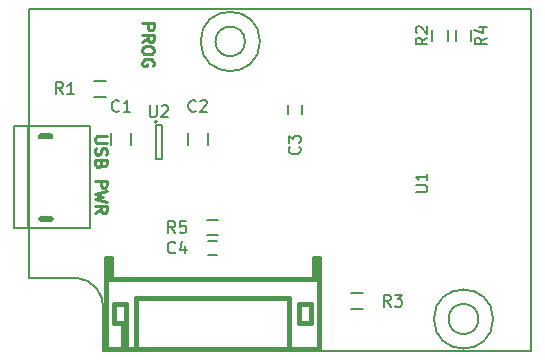
<source format=gto>
G04 #@! TF.FileFunction,Legend,Top*
%FSLAX46Y46*%
G04 Gerber Fmt 4.6, Leading zero omitted, Abs format (unit mm)*
G04 Created by KiCad (PCBNEW (2016-01-28 BZR 6518)-product) date Saturday, May 07, 2016 'PMt' 06:41:03 PM*
%MOMM*%
G01*
G04 APERTURE LIST*
%ADD10C,0.100000*%
%ADD11C,0.500000*%
%ADD12C,0.150000*%
%ADD13C,0.250000*%
%ADD14C,0.200000*%
%ADD15C,0.381000*%
G04 APERTURE END LIST*
D10*
D11*
X100975000Y-67750000D02*
X101800000Y-67750000D01*
D12*
X101775000Y-60575000D02*
X101775000Y-60550000D01*
D11*
X100950000Y-60750000D02*
X101775000Y-60750000D01*
D12*
X101875000Y-60775000D02*
X101875000Y-60700000D01*
X100800000Y-60900000D02*
X100800000Y-60700000D01*
X101900000Y-60600000D02*
X101900000Y-60900000D01*
D13*
X109547619Y-51214286D02*
X110547619Y-51214286D01*
X110547619Y-51595239D01*
X110500000Y-51690477D01*
X110452381Y-51738096D01*
X110357143Y-51785715D01*
X110214286Y-51785715D01*
X110119048Y-51738096D01*
X110071429Y-51690477D01*
X110023810Y-51595239D01*
X110023810Y-51214286D01*
X109547619Y-52785715D02*
X110023810Y-52452381D01*
X109547619Y-52214286D02*
X110547619Y-52214286D01*
X110547619Y-52595239D01*
X110500000Y-52690477D01*
X110452381Y-52738096D01*
X110357143Y-52785715D01*
X110214286Y-52785715D01*
X110119048Y-52738096D01*
X110071429Y-52690477D01*
X110023810Y-52595239D01*
X110023810Y-52214286D01*
X110547619Y-53404762D02*
X110547619Y-53595239D01*
X110500000Y-53690477D01*
X110404762Y-53785715D01*
X110214286Y-53833334D01*
X109880952Y-53833334D01*
X109690476Y-53785715D01*
X109595238Y-53690477D01*
X109547619Y-53595239D01*
X109547619Y-53404762D01*
X109595238Y-53309524D01*
X109690476Y-53214286D01*
X109880952Y-53166667D01*
X110214286Y-53166667D01*
X110404762Y-53214286D01*
X110500000Y-53309524D01*
X110547619Y-53404762D01*
X110500000Y-54785715D02*
X110547619Y-54690477D01*
X110547619Y-54547620D01*
X110500000Y-54404762D01*
X110404762Y-54309524D01*
X110309524Y-54261905D01*
X110119048Y-54214286D01*
X109976190Y-54214286D01*
X109785714Y-54261905D01*
X109690476Y-54309524D01*
X109595238Y-54404762D01*
X109547619Y-54547620D01*
X109547619Y-54642858D01*
X109595238Y-54785715D01*
X109642857Y-54833334D01*
X109976190Y-54833334D01*
X109976190Y-54642858D01*
X106547619Y-60785714D02*
X105738095Y-60785714D01*
X105642857Y-60833333D01*
X105595238Y-60880952D01*
X105547619Y-60976190D01*
X105547619Y-61166667D01*
X105595238Y-61261905D01*
X105642857Y-61309524D01*
X105738095Y-61357143D01*
X106547619Y-61357143D01*
X105595238Y-61785714D02*
X105547619Y-61928571D01*
X105547619Y-62166667D01*
X105595238Y-62261905D01*
X105642857Y-62309524D01*
X105738095Y-62357143D01*
X105833333Y-62357143D01*
X105928571Y-62309524D01*
X105976190Y-62261905D01*
X106023810Y-62166667D01*
X106071429Y-61976190D01*
X106119048Y-61880952D01*
X106166667Y-61833333D01*
X106261905Y-61785714D01*
X106357143Y-61785714D01*
X106452381Y-61833333D01*
X106500000Y-61880952D01*
X106547619Y-61976190D01*
X106547619Y-62214286D01*
X106500000Y-62357143D01*
X106071429Y-63119048D02*
X106023810Y-63261905D01*
X105976190Y-63309524D01*
X105880952Y-63357143D01*
X105738095Y-63357143D01*
X105642857Y-63309524D01*
X105595238Y-63261905D01*
X105547619Y-63166667D01*
X105547619Y-62785714D01*
X106547619Y-62785714D01*
X106547619Y-63119048D01*
X106500000Y-63214286D01*
X106452381Y-63261905D01*
X106357143Y-63309524D01*
X106261905Y-63309524D01*
X106166667Y-63261905D01*
X106119048Y-63214286D01*
X106071429Y-63119048D01*
X106071429Y-62785714D01*
X105547619Y-64547619D02*
X106547619Y-64547619D01*
X106547619Y-64928572D01*
X106500000Y-65023810D01*
X106452381Y-65071429D01*
X106357143Y-65119048D01*
X106214286Y-65119048D01*
X106119048Y-65071429D01*
X106071429Y-65023810D01*
X106023810Y-64928572D01*
X106023810Y-64547619D01*
X106547619Y-65452381D02*
X105547619Y-65690476D01*
X106261905Y-65880953D01*
X105547619Y-66071429D01*
X106547619Y-66309524D01*
X105547619Y-67261905D02*
X106023810Y-66928571D01*
X105547619Y-66690476D02*
X106547619Y-66690476D01*
X106547619Y-67071429D01*
X106500000Y-67166667D01*
X106452381Y-67214286D01*
X106357143Y-67261905D01*
X106214286Y-67261905D01*
X106119048Y-67214286D01*
X106071429Y-67166667D01*
X106023810Y-67071429D01*
X106023810Y-66690476D01*
D12*
X142500000Y-79000000D02*
X106250000Y-79000000D01*
X100000000Y-50000000D02*
X142250000Y-50000000D01*
X142500000Y-50000000D02*
X100000000Y-50000000D01*
X142500000Y-50500000D02*
X142500000Y-50000000D01*
D14*
X139250000Y-76250000D02*
G75*
G03X139250000Y-76250000I-2500000J0D01*
G01*
X119512469Y-52750000D02*
G75*
G03X119512469Y-52750000I-2512469J0D01*
G01*
D12*
X138024755Y-76250000D02*
G75*
G03X138024755Y-76250000I-1274755J0D01*
G01*
X118250000Y-52750000D02*
G75*
G03X118250000Y-52750000I-1250000J0D01*
G01*
X100000000Y-72750000D02*
X100250000Y-72750000D01*
X100000000Y-50000000D02*
X100000000Y-72750000D01*
X106250000Y-75500000D02*
X106250000Y-79000000D01*
X100000000Y-72750000D02*
X102750000Y-72750000D01*
X104000000Y-72750000D02*
X100000000Y-72750000D01*
X106250000Y-75500000D02*
G75*
G03X104000000Y-72750000I-2500000J250000D01*
G01*
X100000000Y-50500000D02*
X100000000Y-50000000D01*
X142500000Y-79000000D02*
X142500000Y-50500000D01*
X106900000Y-60500000D02*
X106900000Y-61500000D01*
X108600000Y-61500000D02*
X108600000Y-60500000D01*
X113400000Y-60500000D02*
X113400000Y-61500000D01*
X115100000Y-61500000D02*
X115100000Y-60500000D01*
X121900000Y-58850000D02*
X121900000Y-58150000D01*
X123100000Y-58150000D02*
X123100000Y-58850000D01*
X115850000Y-70850000D02*
X115150000Y-70850000D01*
X115150000Y-69650000D02*
X115850000Y-69650000D01*
X110800000Y-59550000D02*
G75*
G03X110800000Y-59550000I-100000J0D01*
G01*
X111250000Y-59800000D02*
X110750000Y-59800000D01*
X111250000Y-62700000D02*
X111250000Y-59800000D01*
X110750000Y-62700000D02*
X111250000Y-62700000D01*
X110750000Y-59800000D02*
X110750000Y-62700000D01*
X98682540Y-59874100D02*
X98682540Y-68574100D01*
X105087540Y-59874100D02*
X105087540Y-68574100D01*
X105087540Y-68574100D02*
X98682540Y-68574100D01*
X99912540Y-68574100D02*
X99912540Y-59874100D01*
X98682540Y-59874100D02*
X105087540Y-59874100D01*
X105500000Y-56075000D02*
X106500000Y-56075000D01*
X106500000Y-57425000D02*
X105500000Y-57425000D01*
X134075000Y-52750000D02*
X134075000Y-51750000D01*
X135425000Y-51750000D02*
X135425000Y-52750000D01*
X127250000Y-74075000D02*
X128250000Y-74075000D01*
X128250000Y-75425000D02*
X127250000Y-75425000D01*
X136075000Y-52750000D02*
X136075000Y-51750000D01*
X137425000Y-51750000D02*
X137425000Y-52750000D01*
X115000000Y-67825000D02*
X116000000Y-67825000D01*
X116000000Y-69175000D02*
X115000000Y-69175000D01*
D15*
X109000140Y-74498980D02*
X121999860Y-74498980D01*
X124499220Y-78799200D02*
X106500780Y-78799200D01*
X106500780Y-72898780D02*
X124499220Y-72898780D01*
X108200040Y-76599560D02*
X108200040Y-78799200D01*
X108200040Y-78799200D02*
X107900320Y-78799200D01*
X107900320Y-78799200D02*
X107900320Y-76599560D01*
X121999860Y-74498980D02*
X121999860Y-78799200D01*
X109000140Y-74498980D02*
X109000140Y-78799200D01*
X122797420Y-76599560D02*
X122797420Y-74999360D01*
X123798180Y-76599560D02*
X122797420Y-76599560D01*
X123798180Y-74999360D02*
X123798180Y-76599560D01*
X122797420Y-74999360D02*
X123798180Y-74999360D01*
X107199280Y-74999360D02*
X108200040Y-74999360D01*
X108200040Y-74999360D02*
X108200040Y-76599560D01*
X108200040Y-76599560D02*
X107199280Y-76599560D01*
X107199280Y-76599560D02*
X107199280Y-74999360D01*
X124298560Y-71100460D02*
X124298560Y-72898780D01*
X106703980Y-71100460D02*
X106703980Y-72898780D01*
X124499220Y-78799200D02*
X124499220Y-71100460D01*
X124499220Y-71100460D02*
X124100440Y-71100460D01*
X124100440Y-71100460D02*
X124100440Y-72898780D01*
X106902100Y-72898780D02*
X106902100Y-71100460D01*
X106902100Y-71100460D02*
X106503320Y-71100460D01*
X106503320Y-71100460D02*
X106503320Y-78799200D01*
D12*
X107583334Y-58607143D02*
X107535715Y-58654762D01*
X107392858Y-58702381D01*
X107297620Y-58702381D01*
X107154762Y-58654762D01*
X107059524Y-58559524D01*
X107011905Y-58464286D01*
X106964286Y-58273810D01*
X106964286Y-58130952D01*
X107011905Y-57940476D01*
X107059524Y-57845238D01*
X107154762Y-57750000D01*
X107297620Y-57702381D01*
X107392858Y-57702381D01*
X107535715Y-57750000D01*
X107583334Y-57797619D01*
X108535715Y-58702381D02*
X107964286Y-58702381D01*
X108250000Y-58702381D02*
X108250000Y-57702381D01*
X108154762Y-57845238D01*
X108059524Y-57940476D01*
X107964286Y-57988095D01*
X114083334Y-58607143D02*
X114035715Y-58654762D01*
X113892858Y-58702381D01*
X113797620Y-58702381D01*
X113654762Y-58654762D01*
X113559524Y-58559524D01*
X113511905Y-58464286D01*
X113464286Y-58273810D01*
X113464286Y-58130952D01*
X113511905Y-57940476D01*
X113559524Y-57845238D01*
X113654762Y-57750000D01*
X113797620Y-57702381D01*
X113892858Y-57702381D01*
X114035715Y-57750000D01*
X114083334Y-57797619D01*
X114464286Y-57797619D02*
X114511905Y-57750000D01*
X114607143Y-57702381D01*
X114845239Y-57702381D01*
X114940477Y-57750000D01*
X114988096Y-57797619D01*
X115035715Y-57892857D01*
X115035715Y-57988095D01*
X114988096Y-58130952D01*
X114416667Y-58702381D01*
X115035715Y-58702381D01*
X122857143Y-61666666D02*
X122904762Y-61714285D01*
X122952381Y-61857142D01*
X122952381Y-61952380D01*
X122904762Y-62095238D01*
X122809524Y-62190476D01*
X122714286Y-62238095D01*
X122523810Y-62285714D01*
X122380952Y-62285714D01*
X122190476Y-62238095D01*
X122095238Y-62190476D01*
X122000000Y-62095238D01*
X121952381Y-61952380D01*
X121952381Y-61857142D01*
X122000000Y-61714285D01*
X122047619Y-61666666D01*
X121952381Y-61333333D02*
X121952381Y-60714285D01*
X122333333Y-61047619D01*
X122333333Y-60904761D01*
X122380952Y-60809523D01*
X122428571Y-60761904D01*
X122523810Y-60714285D01*
X122761905Y-60714285D01*
X122857143Y-60761904D01*
X122904762Y-60809523D01*
X122952381Y-60904761D01*
X122952381Y-61190476D01*
X122904762Y-61285714D01*
X122857143Y-61333333D01*
X112333334Y-70607143D02*
X112285715Y-70654762D01*
X112142858Y-70702381D01*
X112047620Y-70702381D01*
X111904762Y-70654762D01*
X111809524Y-70559524D01*
X111761905Y-70464286D01*
X111714286Y-70273810D01*
X111714286Y-70130952D01*
X111761905Y-69940476D01*
X111809524Y-69845238D01*
X111904762Y-69750000D01*
X112047620Y-69702381D01*
X112142858Y-69702381D01*
X112285715Y-69750000D01*
X112333334Y-69797619D01*
X113190477Y-70035714D02*
X113190477Y-70702381D01*
X112952381Y-69654762D02*
X112714286Y-70369048D01*
X113333334Y-70369048D01*
X132702381Y-65511905D02*
X133511905Y-65511905D01*
X133607143Y-65464286D01*
X133654762Y-65416667D01*
X133702381Y-65321429D01*
X133702381Y-65130952D01*
X133654762Y-65035714D01*
X133607143Y-64988095D01*
X133511905Y-64940476D01*
X132702381Y-64940476D01*
X133702381Y-63940476D02*
X133702381Y-64511905D01*
X133702381Y-64226191D02*
X132702381Y-64226191D01*
X132845238Y-64321429D01*
X132940476Y-64416667D01*
X132988095Y-64511905D01*
X110188095Y-58152381D02*
X110188095Y-58961905D01*
X110235714Y-59057143D01*
X110283333Y-59104762D01*
X110378571Y-59152381D01*
X110569048Y-59152381D01*
X110664286Y-59104762D01*
X110711905Y-59057143D01*
X110759524Y-58961905D01*
X110759524Y-58152381D01*
X111188095Y-58247619D02*
X111235714Y-58200000D01*
X111330952Y-58152381D01*
X111569048Y-58152381D01*
X111664286Y-58200000D01*
X111711905Y-58247619D01*
X111759524Y-58342857D01*
X111759524Y-58438095D01*
X111711905Y-58580952D01*
X111140476Y-59152381D01*
X111759524Y-59152381D01*
X102833334Y-57202381D02*
X102500000Y-56726190D01*
X102261905Y-57202381D02*
X102261905Y-56202381D01*
X102642858Y-56202381D01*
X102738096Y-56250000D01*
X102785715Y-56297619D01*
X102833334Y-56392857D01*
X102833334Y-56535714D01*
X102785715Y-56630952D01*
X102738096Y-56678571D01*
X102642858Y-56726190D01*
X102261905Y-56726190D01*
X103785715Y-57202381D02*
X103214286Y-57202381D01*
X103500000Y-57202381D02*
X103500000Y-56202381D01*
X103404762Y-56345238D01*
X103309524Y-56440476D01*
X103214286Y-56488095D01*
X133702381Y-52416666D02*
X133226190Y-52750000D01*
X133702381Y-52988095D02*
X132702381Y-52988095D01*
X132702381Y-52607142D01*
X132750000Y-52511904D01*
X132797619Y-52464285D01*
X132892857Y-52416666D01*
X133035714Y-52416666D01*
X133130952Y-52464285D01*
X133178571Y-52511904D01*
X133226190Y-52607142D01*
X133226190Y-52988095D01*
X132797619Y-52035714D02*
X132750000Y-51988095D01*
X132702381Y-51892857D01*
X132702381Y-51654761D01*
X132750000Y-51559523D01*
X132797619Y-51511904D01*
X132892857Y-51464285D01*
X132988095Y-51464285D01*
X133130952Y-51511904D01*
X133702381Y-52083333D01*
X133702381Y-51464285D01*
X130583334Y-75202381D02*
X130250000Y-74726190D01*
X130011905Y-75202381D02*
X130011905Y-74202381D01*
X130392858Y-74202381D01*
X130488096Y-74250000D01*
X130535715Y-74297619D01*
X130583334Y-74392857D01*
X130583334Y-74535714D01*
X130535715Y-74630952D01*
X130488096Y-74678571D01*
X130392858Y-74726190D01*
X130011905Y-74726190D01*
X130916667Y-74202381D02*
X131535715Y-74202381D01*
X131202381Y-74583333D01*
X131345239Y-74583333D01*
X131440477Y-74630952D01*
X131488096Y-74678571D01*
X131535715Y-74773810D01*
X131535715Y-75011905D01*
X131488096Y-75107143D01*
X131440477Y-75154762D01*
X131345239Y-75202381D01*
X131059524Y-75202381D01*
X130964286Y-75154762D01*
X130916667Y-75107143D01*
X138702381Y-52416666D02*
X138226190Y-52750000D01*
X138702381Y-52988095D02*
X137702381Y-52988095D01*
X137702381Y-52607142D01*
X137750000Y-52511904D01*
X137797619Y-52464285D01*
X137892857Y-52416666D01*
X138035714Y-52416666D01*
X138130952Y-52464285D01*
X138178571Y-52511904D01*
X138226190Y-52607142D01*
X138226190Y-52988095D01*
X138035714Y-51559523D02*
X138702381Y-51559523D01*
X137654762Y-51797619D02*
X138369048Y-52035714D01*
X138369048Y-51416666D01*
X112333334Y-68952381D02*
X112000000Y-68476190D01*
X111761905Y-68952381D02*
X111761905Y-67952381D01*
X112142858Y-67952381D01*
X112238096Y-68000000D01*
X112285715Y-68047619D01*
X112333334Y-68142857D01*
X112333334Y-68285714D01*
X112285715Y-68380952D01*
X112238096Y-68428571D01*
X112142858Y-68476190D01*
X111761905Y-68476190D01*
X113238096Y-67952381D02*
X112761905Y-67952381D01*
X112714286Y-68428571D01*
X112761905Y-68380952D01*
X112857143Y-68333333D01*
X113095239Y-68333333D01*
X113190477Y-68380952D01*
X113238096Y-68428571D01*
X113285715Y-68523810D01*
X113285715Y-68761905D01*
X113238096Y-68857143D01*
X113190477Y-68904762D01*
X113095239Y-68952381D01*
X112857143Y-68952381D01*
X112761905Y-68904762D01*
X112714286Y-68857143D01*
M02*

</source>
